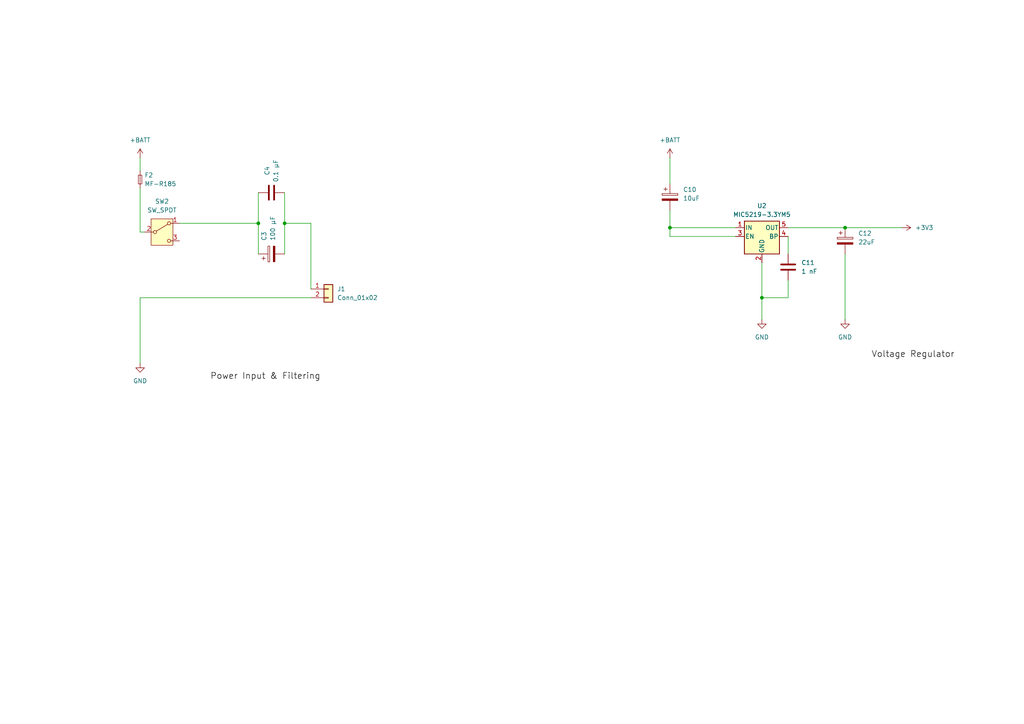
<source format=kicad_sch>
(kicad_sch (version 20250114) (generator "eeschema") (generator_version "9.0")
  (paper "A4")
  (lib_symbols
    (symbol "Connector_Generic:Conn_01x02" (pin_names (offset 1.016) (hide yes))
      (property "Reference" "J" (at 0 2.54 0))
      (property "Value" "Conn_01x02" (at 0 -5.08 0))
      (symbol "Conn_01x02_1_1"
        (rectangle (start -1.27 1.27) (end 1.27 -3.81) (stroke (width 0.254)) (fill (type background)))
        (rectangle (start -1.27 0.127) (end 0 -0.127) (stroke (width 0.1524)))
        (rectangle (start -1.27 -2.413) (end 0 -2.667) (stroke (width 0.1524)))
        (pin passive line (at -5.08 0 0) (length 3.81) (name "Pin_1") (number "1"))
        (pin passive line (at -5.08 -2.54 0) (length 3.81) (name "Pin_2") (number "2"))
      )
    )
    (symbol "Device:C" (pin_numbers (hide yes)) (pin_names (offset 0.254))
      (property "Reference" "C" (at 0.635 2.54 0))
      (property "Value" "C" (at 0.635 -2.54 0))
      (symbol "C_0_1"
        (polyline (pts (xy -2.032 0.762) (xy 2.032 0.762)) (stroke (width 0.508)))
        (polyline (pts (xy -2.032 -0.762) (xy 2.032 -0.762)) (stroke (width 0.508)))
      )
      (symbol "C_1_1"
        (pin passive line (at 0 3.81 270) (length 2.794) (name "~") (number "1"))
        (pin passive line (at 0 -3.81 90) (length 2.794) (name "~") (number "2"))
      )
    )
    (symbol "Device:C_Polarized" (pin_numbers (hide yes)) (pin_names (offset 0.254))
      (property "Reference" "C" (at 0.635 2.54 0))
      (property "Value" "C_Polarized" (at 0.635 -2.54 0))
      (symbol "C_Polarized_0_1"
        (rectangle (start -2.286 0.508) (end 2.286 1.016))
        (polyline (pts (xy -1.778 2.286) (xy -0.762 2.286)))
        (polyline (pts (xy -1.27 2.794) (xy -1.27 1.778)))
        (rectangle (start 2.286 -0.508) (end -2.286 -1.016) (fill (type outline)))
      )
      (symbol "C_Polarized_1_1"
        (pin passive line (at 0 3.81 270) (length 2.794) (name "~") (number "1"))
        (pin passive line (at 0 -3.81 90) (length 2.794) (name "~") (number "2"))
      )
    )
    (symbol "Device:Fuse_Small" (pin_numbers (hide yes)) (pin_names (offset 0.254) (hide yes))
      (property "Reference" "F" (at 0 -1.524 0))
      (property "Value" "Fuse_Small" (at 0 1.524 0))
      (symbol "Fuse_Small_0_1"
        (rectangle (start -1.27 0.508) (end 1.27 -0.508))
        (polyline (pts (xy -1.27 0) (xy 1.27 0)))
      )
      (symbol "Fuse_Small_1_1"
        (pin passive line (at -2.54 0 0) (length 1.27) (name "~") (number "1"))
        (pin passive line (at 2.54 0 180) (length 1.27) (name "~") (number "2"))
      )
    )
    (symbol "Regulator_Linear:MIC5219-3.3YM5" (pin_names (offset 0.254))
      (property "Reference" "U" (at -3.81 5.715 0))
      (property "Value" "MIC5219-3.3YM5" (at 0 5.715 0))
      (symbol "MIC5219-3.3YM5_0_1"
        (rectangle (start -5.08 4.445) (end 5.08 -5.08) (stroke (width 0.254)) (fill (type background)))
      )
      (symbol "MIC5219-3.3YM5_1_1"
        (pin power_in line (at -7.62 2.54 0) (length 2.54) (name "IN") (number "1"))
        (pin input line (at -7.62 0 0) (length 2.54) (name "EN") (number "3"))
        (pin power_in line (at 0 -7.62 90) (length 2.54) (name "GND") (number "2"))
        (pin power_out line (at 7.62 2.54 180) (length 2.54) (name "OUT") (number "5"))
        (pin input line (at 7.62 0 180) (length 2.54) (name "BP") (number "4"))
      )
    )
    (symbol "Switch:SW_SPDT" (pin_names (offset 0) (hide yes))
      (property "Reference" "SW" (at 0 5.08 0))
      (property "Value" "SW_SPDT" (at 0 -5.08 0))
      (symbol "SW_SPDT_0_1"
        (circle (center -2.032 0) (radius 0.4572))
        (polyline (pts (xy -1.651 0.254) (xy 1.651 2.286)))
        (circle (center 2.032 2.54) (radius 0.4572))
        (circle (center 2.032 -2.54) (radius 0.4572))
      )
      (symbol "SW_SPDT_1_1"
        (rectangle (start -3.175 3.81) (end 3.175 -3.81) (fill (type background)))
        (pin passive line (at -5.08 0 0) (length 2.54) (name "B") (number "2"))
        (pin passive line (at 5.08 2.54 180) (length 2.54) (name "A") (number "1"))
        (pin passive line (at 5.08 -2.54 180) (length 2.54) (name "C") (number "3"))
      )
    )
    (symbol "power:+3V3" (power) (pin_numbers (hide yes)) (pin_names (offset 0) (hide yes))
      (property "Value" "+3V3" (at 0 3.556 0))
      (symbol "+3V3_0_1"
        (polyline (pts (xy -0.762 1.27) (xy 0 2.54)))
        (polyline (pts (xy 0 2.54) (xy 0.762 1.27)))
        (polyline (pts (xy 0 0) (xy 0 2.54)))
      )
      (symbol "+3V3_1_1"
        (pin power_in line (at 0 0 90) (length 0) (name "~") (number "1"))
      )
    )
    (symbol "power:+BATT" (power) (pin_numbers (hide yes)) (pin_names (offset 0) (hide yes))
      (property "Value" "+BATT" (at 0 3.556 0))
      (symbol "+BATT_0_1"
        (polyline (pts (xy -0.762 1.27) (xy 0 2.54)))
        (polyline (pts (xy 0 2.54) (xy 0.762 1.27)))
        (polyline (pts (xy 0 0) (xy 0 2.54)))
      )
      (symbol "+BATT_1_1"
        (pin power_in line (at 0 0 90) (length 0) (name "~") (number "1"))
      )
    )
    (symbol "power:GND" (power) (pin_numbers (hide yes)) (pin_names (offset 0) (hide yes))
      (property "Value" "GND" (at 0 -3.81 0))
      (symbol "GND_0_1"
        (polyline (pts (xy 0 0) (xy 0 -1.27) (xy 1.27 -1.27) (xy 0 -2.54) (xy -1.27 -1.27) (xy 0 -1.27)))
      )
      (symbol "GND_1_1"
        (pin power_in line (at 0 0 270) (length 0) (name "~") (number "1"))
      )
    )
  )
  (junction (at 74.93 64.77))
  (junction (at 245.11 66.04))
  (junction (at 82.55 64.77))
  (junction (at 220.98 86.36))
  (junction (at 194.31 66.04))
  (wire (pts (xy 194.31 60.96) (xy 194.31 66.04)))
  (wire (pts (xy 82.55 55.88) (xy 82.55 64.77)))
  (wire (pts (xy 228.6 66.04) (xy 245.11 66.04)))
  (wire (pts (xy 245.11 73.66) (xy 245.11 92.71)))
  (wire (pts (xy 194.31 45.72) (xy 194.31 53.34)))
  (wire (pts (xy 40.64 86.36) (xy 90.17 86.36)))
  (wire (pts (xy 228.6 81.28) (xy 228.6 86.36)))
  (wire (pts (xy 82.55 64.77) (xy 90.17 64.77)))
  (wire (pts (xy 220.98 76.2) (xy 220.98 86.36)))
  (wire (pts (xy 52.07 64.77) (xy 74.93 64.77)))
  (wire (pts (xy 194.31 68.58) (xy 194.31 66.04)))
  (wire (pts (xy 40.64 54.61) (xy 40.64 67.31)))
  (wire (pts (xy 194.31 66.04) (xy 213.36 66.04)))
  (wire (pts (xy 74.93 64.77) (xy 74.93 55.88)))
  (wire (pts (xy 40.64 86.36) (xy 40.64 105.41)))
  (wire (pts (xy 74.93 73.66) (xy 74.93 64.77)))
  (wire (pts (xy 228.6 68.58) (xy 228.6 73.66)))
  (wire (pts (xy 228.6 86.36) (xy 220.98 86.36)))
  (wire (pts (xy 245.11 66.04) (xy 261.62 66.04)))
  (wire (pts (xy 82.55 64.77) (xy 82.55 73.66)))
  (wire (pts (xy 213.36 68.58) (xy 194.31 68.58)))
  (wire (pts (xy 220.98 86.36) (xy 220.98 92.71)))
  (wire (pts (xy 90.17 64.77) (xy 90.17 83.82)))
  (wire (pts (xy 40.64 67.31) (xy 41.91 67.31)))
  (wire (pts (xy 40.64 45.72) (xy 40.64 49.53)))
  (label "Voltage Regulator" (at 252.73 104.14 0) (effects (font (size 1.778 1.778))))
  (label "Power Input & Filtering" (at 60.96 110.49 0) (effects (font (size 1.778 1.778))))
  (symbol (lib_id "power:GND") (at 245.11 92.71 0) (unit 1)
    (property "Reference" "#PWR017" (effects (hide yes)))
    (property "Value" "GND" (at 245.11 97.79 0))
    (property "Description" "Power symbol creates a global label with name \"GND\" , ground" (effects (hide yes)))
  )
  (symbol (lib_id "power:+BATT") (at 194.31 45.72 0) (unit 1)
    (property "Reference" "#PWR015" (effects (hide yes)))
    (property "Value" "+BATT" (at 194.31 40.64 0))
    (property "Description" "Power symbol creates a global label with name \"+BATT\"" (effects (hide yes)))
  )
  (symbol (lib_id "Device:C_Polarized") (at 194.31 57.15 0) (unit 1)
    (property "Reference" "C10" (at 198.12 54.9909 0) (effects (justify left)))
    (property "Value" "10uF" (at 198.12 57.5309 0) (effects (justify left)))
    (property "Description" "Polarized capacitor" (effects (hide yes)))
  )
  (symbol (lib_id "Switch:SW_SPDT") (at 46.99 67.31 0) (unit 1)
    (property "Reference" "SW2" (at 46.99 58.42 0))
    (property "Value" "SW_SPDT" (at 46.99 60.96 0))
    (property "Footprint" "Button_Switch_THT:SW_Slide-03_Wuerth-WS-SLTV_10x2.5x6.4_P2.54mm" (effects (hide yes)))
    (property "Datasheet" "kicad-embed://450301014042 datasheet.pdf" (effects (hide yes)))
    (property "Description" "Switch, single pole double throw" (effects (hide yes)))
  )
  (symbol (lib_id "Connector_Generic:Conn_01x02") (at 95.25 83.82 0) (unit 1)
    (property "Reference" "J1" (at 97.79 83.8199 0) (effects (justify left)))
    (property "Value" "Conn_01x02" (at 97.79 86.3599 0) (effects (justify left)))
    (property "Footprint" "Connector_JST:JST_PH_S2B-PH-K_1x02_P2.00mm_Horizontal" (effects (hide yes)))
    (property "Datasheet" "kicad-embed://ePH Connector.pdf" (effects (hide yes)))
    (property "Description" "Generic connector, single row, 01x02, script generated (kicad-library-utils/schlib/autogen/connector/)" (effects (hide yes)))
  )
  (symbol (lib_id "power:+BATT") (at 40.64 45.72 0) (unit 1)
    (property "Reference" "#PWR013" (effects (hide yes)))
    (property "Value" "+BATT" (at 40.64 40.64 0))
    (property "Description" "Power symbol creates a global label with name \"+BATT\"" (effects (hide yes)))
  )
  (symbol (lib_id "Device:C") (at 228.6 77.47 0) (unit 1)
    (property "Reference" "C11" (at 232.41 76.1999 0) (effects (justify left)))
    (property "Value" "1 nF" (at 232.41 78.7399 0) (effects (justify left)))
    (property "Description" "Unpolarized capacitor" (effects (hide yes)))
  )
  (symbol (lib_id "Device:C") (at 78.74 55.88 90) (unit 1)
    (property "Reference" "C4" (at 77.47 49.53 0))
    (property "Value" "0.1 µF" (at 80.01 49.53 0))
    (property "Description" "Unpolarized capacitor" (effects (hide yes)))
  )
  (symbol (lib_id "Device:C_Polarized") (at 78.74 73.66 90) (unit 1)
    (property "Reference" "C3" (at 76.5809 69.85 0) (effects (justify left)))
    (property "Value" "100 µF" (at 79.1209 69.85 0) (effects (justify left)))
    (property "Description" "Polarized capacitor" (effects (hide yes)))
  )
  (symbol (lib_id "Device:C_Polarized") (at 245.11 69.85 0) (unit 1)
    (property "Reference" "C12" (at 248.92 67.6909 0) (effects (justify left)))
    (property "Value" "22uF" (at 248.92 70.2309 0) (effects (justify left)))
    (property "Description" "Polarized capacitor" (effects (hide yes)))
  )
  (symbol (lib_id "power:GND") (at 220.98 92.71 0) (unit 1)
    (property "Reference" "#PWR016" (effects (hide yes)))
    (property "Value" "GND" (at 220.98 97.79 0))
    (property "Description" "Power symbol creates a global label with name \"GND\" , ground" (effects (hide yes)))
  )
  (symbol (lib_id "Regulator_Linear:MIC5219-3.3YM5") (at 220.98 68.58 0) (unit 1)
    (property "Reference" "U2" (at 220.98 59.69 0))
    (property "Value" "MIC5219-3.3YM5" (at 220.98 62.23 0))
    (property "Footprint" "Package_TO_SOT_SMD:SOT-23-5" (effects (hide yes)))
    (property "Datasheet" "http://ww1.microchip.com/downloads/en/DeviceDoc/MIC5219-500mA-Peak-Output-LDO-Regulator-DS20006021A.pdf" (effects (hide yes)))
    (property "Description" "500mA low dropout linear regulator, fixed 3.3V output, SOT-23-5" (effects (hide yes)))
  )
  (symbol (lib_id "power:+3V3") (at 261.62 66.04 270) (unit 1)
    (property "Reference" "#PWR018" (effects (hide yes)))
    (property "Value" "+3V3" (at 265.43 66.0399 90) (effects (justify left)))
    (property "Description" "Power symbol creates a global label with name \"+3V3\"" (effects (hide yes)))
  )
  (symbol (lib_id "Device:Fuse_Small") (at 40.64 52.07 90) (unit 1)
    (property "Reference" "F2" (at 41.91 50.7999 90) (effects (justify right)))
    (property "Value" "MF-R185" (at 41.91 53.3399 90) (effects (justify right)))
    (property "Footprint" "Fuse:Fuse_Bourns_MF-RG1100" (effects (hide yes)))
    (property "Datasheet" "kicad-embed://mf-r datasheet.pdf" (effects (hide yes)))
    (property "Description" "Fuse, small symbol" (effects (hide yes)))
  )
  (symbol (lib_id "power:GND") (at 40.64 105.41 0) (unit 1)
    (property "Reference" "#PWR014" (effects (hide yes)))
    (property "Value" "GND" (at 40.64 110.49 0))
    (property "Description" "Power symbol creates a global label with name \"GND\" , ground" (effects (hide yes)))
  )
)
</source>
